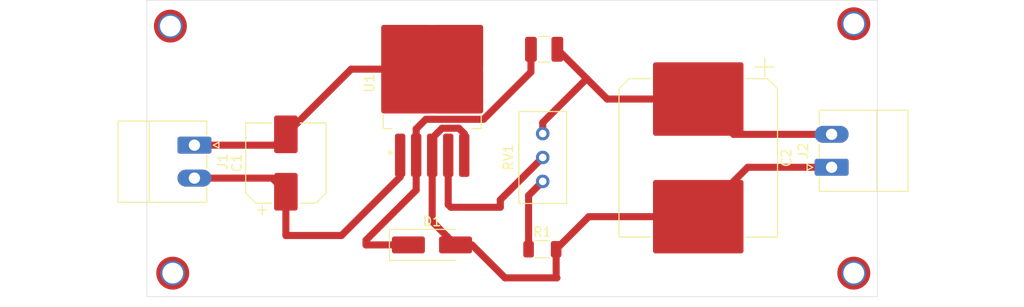
<source format=kicad_pcb>
(kicad_pcb (version 20240108) (generator "pcbnew") (generator_version "8.0")
  (layers (0 "F.Cu" signal) (31 "B.Cu" signal) (34 "B.Paste" user) (35 "F.Paste" user) (36 "B.SilkS" user "B.Silkscreen") (37 "F.SilkS" user "F.Silkscreen") (38 "B.Mask" user) (39 "F.Mask" user) (44 "Edge.Cuts" user))
  (net 0 "")
  (net 1 "GND")
  (net 2 "Net-(J1-Pin_2)")
  (net 3 "Net-(J2-Pin_2)")
  (net 4 "Net-(D1-K)")
  (net 5 "Net-(R1-Pad1)")
  (net 6 "Net-(U1-FB)")
  (footprint "Resistor_SMD:R_1206_3216Metric" (layer "F.Cu") (at 132.9625 118.96)
    (property "Reference" "R1" (at 0 -1.82 0) (layer "F.SilkS"))
    (property "Value" "1.21k")
    (fp_line (start -0.727064 -0.91) (end 0.727064 -0.91) (stroke (width 0.12)) (layer "F.SilkS"))
    (fp_line (start -0.727064 0.91) (end 0.727064 0.91) (stroke (width 0.12)) (layer "F.SilkS"))
    (pad "1" smd roundrect (at -1.4625 0) (size 1.125 1.75) (layers "F.Cu" "F.Paste" "F.Mask") (roundrect_rratio 0.222222) (net 5 "Net-(R1-Pad1)"))
    (pad "2" smd roundrect (at 1.4625 0) (size 1.125 1.75) (layers "F.Cu" "F.Paste" "F.Mask") (roundrect_rratio 0.222222) (net 1 "GND"))
  )
  (footprint "MountingHole:MountingHole_2.2mm_M2_ISO7380_Pad_TopOnly" (layer "F.Cu") (at 93.5 95.25)
    (property "Reference" "REF**" (hide yes))
    (property "Value" "MountingHole_2.2mm_M2_ISO7380_Pad_TopOnly")
    (pad "1" thru_hole circle (at 0 0) (size 2.6 2.6) (drill 2.2) (layers "*.Cu" "*.Mask"))
    (pad "1" connect circle (at 0 0) (size 3.5 3.5) (layers "F.Cu" "F.Mask"))
  )
  (footprint "Potentiometer_THT:Potentiometer_Bourns_3296W_Vertical" (layer "F.Cu") (at 133 106.67 90)
    (property "Reference" "RV1" (at -2.54 -3.66 90) (layer "F.SilkS"))
    (property "Value" "50k")
    (fp_line (start 2.345 -2.53) (end 2.345 2.54) (stroke (width 0.12)) (layer "F.SilkS"))
    (fp_line (start -7.425 -2.53) (end 2.345 -2.53) (stroke (width 0.12)) (layer "F.SilkS"))
    (fp_line (start -7.425 -2.53) (end -7.425 2.54) (stroke (width 0.12)) (layer "F.SilkS"))
    (fp_line (start -7.425 2.54) (end 2.345 2.54) (stroke (width 0.12)) (layer "F.SilkS"))
    (pad "1" thru_hole circle (at 0 0 90) (size 1.44 1.44) (drill 0.8) (layers "*.Cu" "*.Mask") (net 3 "Net-(J2-Pin_2)"))
    (pad "2" thru_hole circle (at -2.54 0 90) (size 1.44 1.44) (drill 0.8) (layers "*.Cu" "*.Mask") (net 6 "Net-(U1-FB)"))
    (pad "3" thru_hole circle (at -5.08 0 90) (size 1.44 1.44) (drill 0.8) (layers "*.Cu" "*.Mask") (net 5 "Net-(R1-Pad1)"))
  )
  (footprint "MountingHole:MountingHole_2.2mm_M2_ISO7380_Pad_TopOnly" (layer "F.Cu") (at 93.75 121.5)
    (property "Reference" "REF**" (hide yes))
    (property "Value" "MountingHole_2.2mm_M2_ISO7380_Pad_TopOnly")
    (pad "1" thru_hole circle (at 0 0) (size 2.6 2.6) (drill 2.2) (layers "*.Cu" "*.Mask"))
    (pad "1" connect circle (at 0 0) (size 3.5 3.5) (layers "F.Cu" "F.Mask"))
  )
  (footprint "Diode_SMD:D_SMA_Handsoldering" (layer "F.Cu") (at 121.25 118.5)
    (property "Reference" "D1" (at 0 -2.5 0) (layer "F.SilkS"))
    (property "Value" "1N5822")
    (fp_line (start -4.51 -1.65) (end -4.51 1.65) (stroke (width 0.12)) (layer "F.SilkS"))
    (fp_line (start -4.51 -1.65) (end 2.5 -1.65) (stroke (width 0.12)) (layer "F.SilkS"))
    (fp_line (start -4.51 1.65) (end 2.5 1.65) (stroke (width 0.12)) (layer "F.SilkS"))
    (pad "1" smd roundrect (at -2.5 0) (size 3.5 1.8) (layers "F.Cu" "F.Paste" "F.Mask") (roundrect_rratio 0.1388888889) (net 4 "Net-(D1-K)"))
    (pad "2" smd roundrect (at 2.5 0) (size 3.5 1.8) (layers "F.Cu" "F.Paste" "F.Mask") (roundrect_rratio 0.1388888889) (net 1 "GND"))
  )
  (footprint "Capacitor_SMD:CP_Elec_16x17.5" (layer "F.Cu") (at 149.5 109.25 -90)
    (property "Reference" "C2" (at 0 -9.35 90) (layer "F.SilkS"))
    (property "Value" "2000uF")
    (fp_line (start -7.345563 8.41) (end 8.41 8.41) (stroke (width 0.12)) (layer "F.SilkS"))
    (fp_line (start 8.41 8.41) (end 8.41 5.06) (stroke (width 0.12)) (layer "F.SilkS"))
    (fp_line (start -8.41 7.345563) (end -7.345563 8.41) (stroke (width 0.12)) (layer "F.SilkS"))
    (fp_line (start -8.41 7.345563) (end -8.41 5.06) (stroke (width 0.12)) (layer "F.SilkS"))
    (fp_line (start -10.65 -7.06) (end -8.65 -7.06) (stroke (width 0.12)) (layer "F.SilkS"))
    (fp_line (start -8.41 -7.345563) (end -8.41 -5.06) (stroke (width 0.12)) (layer "F.SilkS"))
    (fp_line (start -8.41 -7.345563) (end -7.345563 -8.41) (stroke (width 0.12)) (layer "F.SilkS"))
    (fp_line (start -9.65 -8.06) (end -9.65 -6.06) (stroke (width 0.12)) (layer "F.SilkS"))
    (fp_line (start -7.345563 -8.41) (end 8.41 -8.41) (stroke (width 0.12)) (layer "F.SilkS"))
    (fp_line (start 8.41 -8.41) (end 8.41 -5.06) (stroke (width 0.12)) (layer "F.SilkS"))
    (pad "1" smd roundrect (at -6.25 0 270) (size 7.8 9.6) (layers "F.Cu" "F.Paste" "F.Mask") (roundrect_rratio 0.032051) (net 3 "Net-(J2-Pin_2)"))
    (pad "2" smd roundrect (at 6.25 0 270) (size 7.8 9.6) (layers "F.Cu" "F.Paste" "F.Mask") (roundrect_rratio 0.032051) (net 1 "GND"))
  )
  (footprint "MountingHole:MountingHole_2.2mm_M2_ISO7380_Pad_TopOnly" (layer "F.Cu") (at 166 95)
    (property "Reference" "REF**" (hide yes))
    (property "Value" "MountingHole_2.2mm_M2_ISO7380_Pad_TopOnly")
    (pad "1" thru_hole circle (at 0 0) (size 2.6 2.6) (drill 2.2) (layers "*.Cu" "*.Mask"))
    (pad "1" connect circle (at 0 0) (size 3.5 3.5) (layers "F.Cu" "F.Mask"))
  )
  (footprint "MountingHole:MountingHole_2.2mm_M2_ISO7380_Pad_TopOnly" (layer "F.Cu") (at 166 121.5)
    (property "Reference" "REF**" (hide yes))
    (property "Value" "MountingHole_2.2mm_M2_ISO7380_Pad_TopOnly")
    (pad "1" thru_hole circle (at 0 0) (size 2.6 2.6) (drill 2.2) (layers "*.Cu" "*.Mask"))
    (pad "1" connect circle (at 0 0) (size 3.5 3.5) (layers "F.Cu" "F.Mask"))
  )
  (footprint "Connector_Phoenix_MC:PhoenixContact_MC_1,5_2-G-3.5_1x02_P3.50mm_Horizontal" (layer "F.Cu") (at 163.65 110.25 90)
    (property "Reference" "J2" (at 1.75 -3 90) (layer "F.SilkS"))
    (property "Value" "output")
    (fp_line (start 0.3 -2.6) (end 0 -2) (stroke (width 0.12)) (layer "F.SilkS"))
    (fp_line (start -0.3 -2.6) (end 0.3 -2.6) (stroke (width 0.12)) (layer "F.SilkS"))
    (fp_line (start 0 -2) (end -0.3 -2.6) (stroke (width 0.12)) (layer "F.SilkS"))
    (fp_line (start 6.06 -1.31) (end 4.55 -1.31) (stroke (width 0.12)) (layer "F.SilkS"))
    (fp_line (start 1.05 -1.31) (end 2.45 -1.31) (stroke (width 0.12)) (layer "F.SilkS"))
    (fp_line (start -2.56 -1.31) (end -1.05 -1.31) (stroke (width 0.12)) (layer "F.SilkS"))
    (fp_line (start -2.56 -1.31) (end -2.56 8.11) (stroke (width 0.12)) (layer "F.SilkS"))
    (fp_line (start -2.56 4.8) (end 6.06 4.8) (stroke (width 0.12)) (layer "F.SilkS"))
    (fp_line (start 6.06 8.11) (end 6.06 -1.31) (stroke (width 0.12)) (layer "F.SilkS"))
    (fp_line (start -2.56 8.11) (end 6.06 8.11) (stroke (width 0.12)) (layer "F.SilkS"))
    (pad "1" thru_hole roundrect (at 0 0 90) (size 1.8 3.6) (drill 1.2) (layers "*.Cu" "*.Mask") (roundrect_rratio 0.138889) (net 1 "GND"))
    (pad "2" thru_hole oval (at 3.5 0 90) (size 1.8 3.6) (drill 1.2) (layers "*.Cu" "*.Mask") (net 3 "Net-(J2-Pin_2)"))
  )
  (footprint "Package_TO_SOT_SMD:TO-263-5_TabPin3" (layer "F.Cu") (at 121.275 101.325 90)
    (property "Reference" "U1" (at 0 -6.65 90) (layer "F.SilkS"))
    (property "Value" "LM2576HVS-ADJ")
    (fp_line (start -3.325 -5.2) (end -4.825 -5.2) (stroke (width 0.12)) (layer "F.SilkS"))
    (fp_line (start -4.825 -5.2) (end -4.825 -4.25) (stroke (width 0.12)) (layer "F.SilkS"))
    (fp_line (start -3.325 5.2) (end -4.825 5.2) (stroke (width 0.12)) (layer "F.SilkS"))
    (fp_line (start -4.825 5.2) (end -4.825 4.25) (stroke (width 0.12)) (layer "F.SilkS"))
    (fp_poly (pts (xy -7.3875 -4.25) (xy -7.6275 -4.58) (xy -7.1475 -4.58) (xy -7.3875 -4.25)) (stroke (width 0.12)) (fill solid) (layer "F.SilkS"))
    (pad "1" smd roundrect (at -7.65 -3.4 90) (size 4.6 1.1) (layers "F.Cu" "F.Paste" "F.Mask") (roundrect_rratio 0.227273) (net 2 "Net-(J1-Pin_2)"))
    (pad "2" smd roundrect (at -7.65 -1.7 90) (size 4.6 1.1) (layers "F.Cu" "F.Paste" "F.Mask") (roundrect_rratio 0.227273) (net 4 "Net-(D1-K)"))
    (pad "3" smd roundrect (at -7.65 0 90) (size 4.6 1.1) (layers "F.Cu" "F.Paste" "F.Mask") (roundrect_rratio 0.227273) (net 1 "GND"))
    (pad "3" smd roundrect (at -0.925 -2.775 90) (size 4.55 5.25) (layers "F.Cu" "F.Paste") (roundrect_rratio 0.054945) (net 1 "GND"))
    (pad "3" smd roundrect (at -0.925 2.775 90) (size 4.55 5.25) (layers "F.Cu" "F.Paste") (roundrect_rratio 0.054945) (net 1 "GND"))
    (pad "3" smd roundrect (at 1.5 0 90) (size 9.4 10.8) (layers "F.Cu" "F.Mask") (roundrect_rratio 0.026596) (net 1 "GND"))
    (pad "3" smd roundrect (at 3.925 -2.775 90) (size 4.55 5.25) (layers "F.Cu" "F.Paste") (roundrect_rratio 0.054945) (net 1 "GND"))
    (pad "3" smd roundrect (at 3.925 2.775 90) (size 4.55 5.25) (layers "F.Cu" "F.Paste") (roundrect_rratio 0.054945) (net 1 "GND"))
    (pad "4" smd roundrect (at -7.65 1.7 90) (size 4.6 1.1) (layers "F.Cu" "F.Paste" "F.Mask") (roundrect_rratio 0.227273) (net 6 "Net-(U1-FB)"))
    (pad "5" smd roundrect (at -7.65 3.4 90) (size 4.6 1.1) (layers "F.Cu" "F.Paste" "F.Mask") (roundrect_rratio 0.227273) (net 1 "GND"))
  )
  (footprint "Capacitor_SMD:CP_Elec_8x6.5" (layer "F.Cu") (at 105.75 109.8 90)
    (property "Reference" "C1" (at 0 -5.2 90) (layer "F.SilkS"))
    (property "Value" "100uF" (hide yes))
    (fp_line (start 4.26 -4.26) (end 4.26 -1.51) (stroke (width 0.12)) (layer "F.SilkS"))
    (fp_line (start -3.195563 -4.26) (end 4.26 -4.26) (stroke (width 0.12)) (layer "F.SilkS"))
    (fp_line (start -4.26 -3.195563) (end -3.195563 -4.26) (stroke (width 0.12)) (layer "F.SilkS"))
    (fp_line (start -4.26 -3.195563) (end -4.26 -1.51) (stroke (width 0.12)) (layer "F.SilkS"))
    (fp_line (start -5 -3.01) (end -5 -2.01) (stroke (width 0.12)) (layer "F.SilkS"))
    (fp_line (start -5.5 -2.51) (end -4.5 -2.51) (stroke (width 0.12)) (layer "F.SilkS"))
    (fp_line (start -4.26 3.195563) (end -4.26 1.51) (stroke (width 0.12)) (layer "F.SilkS"))
    (fp_line (start -4.26 3.195563) (end -3.195563 4.26) (stroke (width 0.12)) (layer "F.SilkS"))
    (fp_line (start 4.26 4.26) (end 4.26 1.51) (stroke (width 0.12)) (layer "F.SilkS"))
    (fp_line (start -3.195563 4.26) (end 4.26 4.26) (stroke (width 0.12)) (layer "F.SilkS"))
    (pad "1" smd roundrect (at -3.05 0 90) (size 4 2.5) (layers "F.Cu" "F.Paste" "F.Mask") (roundrect_rratio 0.1) (net 2 "Net-(J1-Pin_2)"))
    (pad "2" smd roundrect (at 3.05 0 90) (size 4 2.5) (layers "F.Cu" "F.Paste" "F.Mask") (roundrect_rratio 0.1) (net 1 "GND"))
  )
  (footprint "Connector_Phoenix_MC:PhoenixContact_MC_1,5_2-G-3.5_1x02_P3.50mm_Horizontal" (layer "F.Cu") (at 96.05 107.9 -90)
    (property "Reference" "J1" (at 1.75 -3 90) (layer "F.SilkS"))
    (property "Value" "input")
    (fp_line (start -2.56 8.11) (end 6.06 8.11) (stroke (width 0.12)) (layer "F.SilkS"))
    (fp_line (start 6.06 8.11) (end 6.06 -1.31) (stroke (width 0.12)) (layer "F.SilkS"))
    (fp_line (start -2.56 4.8) (end 6.06 4.8) (stroke (width 0.12)) (layer "F.SilkS"))
    (fp_line (start -2.56 -1.31) (end -2.56 8.11) (stroke (width 0.12)) (layer "F.SilkS"))
    (fp_line (start -2.56 -1.31) (end -1.05 -1.31) (stroke (width 0.12)) (layer "F.SilkS"))
    (fp_line (start 1.05 -1.31) (end 2.45 -1.31) (stroke (width 0.12)) (layer "F.SilkS"))
    (fp_line (start 6.06 -1.31) (end 4.55 -1.31) (stroke (width 0.12)) (layer "F.SilkS"))
    (fp_line (start 0 -2) (end -0.3 -2.6) (stroke (width 0.12)) (layer "F.SilkS"))
    (fp_line (start -0.3 -2.6) (end 0.3 -2.6) (stroke (width 0.12)) (layer "F.SilkS"))
    (fp_line (start 0.3 -2.6) (end 0 -2) (stroke (width 0.12)) (layer "F.SilkS"))
    (pad "1" thru_hole roundrect (at 0 0 270) (size 1.8 3.6) (drill 1.2) (layers "*.Cu" "*.Mask") (roundrect_rratio 0.138889) (net 1 "GND"))
    (pad "2" thru_hole oval (at 3.5 0 270) (size 1.8 3.6) (drill 1.2) (layers "*.Cu" "*.Mask") (net 2 "Net-(J1-Pin_2)"))
  )
  (footprint "Inductor_SMD:L_1210_3225Metric" (layer "F.Cu") (at 133.15 97.71)
    (property "Reference" "L1" (hide yes))
    (property "Value" "150uH")
    (fp_line (start -0.602064 -1.36) (end 0.602064 -1.36) (stroke (width 0.12)) (layer "F.SilkS"))
    (fp_line (start -0.602064 1.36) (end 0.602064 1.36) (stroke (width 0.12)) (layer "F.SilkS"))
    (pad "1" smd roundrect (at -1.4 0) (size 1.25 2.65) (layers "F.Cu" "F.Paste" "F.Mask") (roundrect_rratio 0.2) (net 4 "Net-(D1-K)"))
    (pad "2" smd roundrect (at 1.4 0) (size 1.25 2.65) (layers "F.Cu" "F.Paste" "F.Mask") (roundrect_rratio 0.2) (net 3 "Net-(J2-Pin_2)"))
  )
  (gr_line (start 168.5 124) (end 91 124) (stroke (width 0.05)) (layer "Edge.Cuts"))
  (gr_line (start 168.5 92.5) (end 168.5 124) (stroke (width 0.05)) (layer "Edge.Cuts"))
  (gr_line (start 91 124) (end 91 92.5) (stroke (width 0.05)) (layer "Edge.Cuts"))
  (gr_line (start 91.5 92.5) (end 168.5 92.5) (stroke (width 0.05)) (layer "Edge.Cuts"))
  (gr_line (start 91 92.5) (end 91.5 92.5) (stroke (width 0.05)) (layer "Edge.Cuts"))
  (segment (start 112.675 99.825) (end 121.275 99.825) (width 0.75) (layer "F.Cu") (net 1))
  (segment (start 163.65 110.25) (end 154.75 110.25) (width 0.75) (layer "F.Cu") (net 1))
  (segment (start 134.425 118.96) (end 137.885 115.5) (width 0.75) (layer "F.Cu") (net 1))
  (segment (start 134.425 121.925) (end 134.425 118.96) (width 0.75) (layer "F.Cu") (net 1))
  (segment (start 96.05 107.9) (end 104.6 107.9) (width 0.75) (layer "F.Cu") (net 1))
  (segment (start 134.5 122) (end 134.425 121.925) (width 0.75) (layer "F.Cu") (net 1))
  (segment (start 124.1 106.1) (end 122.326346 106.1) (width 0.75) (layer "F.Cu") (net 1))
  (segment (start 124.675 106.675) (end 124.1 106.1) (width 0.75) (layer "F.Cu") (net 1))
  (segment (start 121.275 107.151346) (end 121.275 108.975) (width 0.75) (layer "F.Cu") (net 1))
  (segment (start 124.675 108.975) (end 124.675 106.675) (width 0.75) (layer "F.Cu") (net 1))
  (segment (start 121.275 108.975) (end 121.275 116.025) (width 0.75) (layer "F.Cu") (net 1))
  (segment (start 105.75 106.75) (end 112.675 99.825) (width 0.75) (layer "F.Cu") (net 1))
  (segment (start 137.885 115.5) (end 149.5 115.5) (width 0.75) (layer "F.Cu") (net 1))
  (segment (start 121.275 116.025) (end 123.75 118.5) (width 0.75) (layer "F.Cu") (net 1))
  (segment (start 154.75 110.25) (end 149.5 115.5) (width 0.75) (layer "F.Cu") (net 1))
  (segment (start 129 122) (end 134.5 122) (width 0.75) (layer "F.Cu") (net 1))
  (segment (start 123.75 118.5) (end 125.5 118.5) (width 0.75) (layer "F.Cu") (net 1))
  (segment (start 104.6 107.9) (end 105.75 106.75) (width 0.75) (layer "F.Cu") (net 1))
  (segment (start 122.326346 106.1) (end 121.275 107.151346) (width 0.75) (layer "F.Cu") (net 1))
  (segment (start 125.5 118.5) (end 129 122) (width 0.75) (layer "F.Cu") (net 1))
  (segment (start 105.75 117.5) (end 105.75 112.85) (width 0.75) (layer "F.Cu") (net 2))
  (segment (start 111.65 117.5) (end 105.75 117.5) (width 0.75) (layer "F.Cu") (net 2))
  (segment (start 96.05 111.4) (end 104.3 111.4) (width 0.75) (layer "F.Cu") (net 2))
  (segment (start 117.875 111.275) (end 111.65 117.5) (width 0.75) (layer "F.Cu") (net 2))
  (segment (start 104.3 111.4) (end 105.75 112.85) (width 0.75) (layer "F.Cu") (net 2))
  (segment (start 117.875 108.975) (end 117.875 111.275) (width 0.75) (layer "F.Cu") (net 2))
  (segment (start 149.5 103) (end 139.84 103) (width 0.75) (layer "F.Cu") (net 3))
  (segment (start 137.67 100.83) (end 134.55 97.71) (width 0.75) (layer "F.Cu") (net 3))
  (segment (start 163.65 106.75) (end 153.25 106.75) (width 0.75) (layer "F.Cu") (net 3))
  (segment (start 133 105.5) (end 137.67 100.83) (width 0.75) (layer "F.Cu") (net 3))
  (segment (start 139.84 103) (end 137.67 100.83) (width 0.75) (layer "F.Cu") (net 3))
  (segment (start 153.25 106.75) (end 149.5 103) (width 0.75) (layer "F.Cu") (net 3))
  (segment (start 133 106.67) (end 133 105.5) (width 0.75) (layer "F.Cu") (net 3))
  (segment (start 114.25 118) (end 119.575 112.675) (width 0.75) (layer "F.Cu") (net 4))
  (segment (start 119.575 112.675) (end 119.575 108.975) (width 0.75) (layer "F.Cu") (net 4))
  (segment (start 120.6 105.15) (end 119.575 106.175) (width 0.75) (layer "F.Cu") (net 4))
  (segment (start 131.75 100.123654) (end 126.723654 105.15) (width 0.75) (layer "F.Cu") (net 4))
  (segment (start 131.75 97.71) (end 131.75 100.123654) (width 0.75) (layer "F.Cu") (net 4))
  (segment (start 119.575 106.175) (end 119.575 108.975) (width 0.75) (layer "F.Cu") (net 4))
  (segment (start 114.25 118.5) (end 114.25 118) (width 0.75) (layer "F.Cu") (net 4))
  (segment (start 126.723654 105.15) (end 120.6 105.15) (width 0.75) (layer "F.Cu") (net 4))
  (segment (start 118.75 118.5) (end 114.25 118.5) (width 0.75) (layer "F.Cu") (net 4))
  (segment (start 131.5 118.96) (end 131.5 113.25) (width 0.75) (layer "F.Cu") (net 5))
  (segment (start 131.5 113.25) (end 133 111.75) (width 0.75) (layer "F.Cu") (net 5))
  (segment (start 122.975 114.225) (end 123.25 114.5) (width 0.75) (layer "F.Cu") (net 6))
  (segment (start 123.25 114.5) (end 128.5 114.5) (width 0.75) (layer "F.Cu") (net 6))
  (segment (start 122.975 108.975) (end 122.975 114.225) (width 0.75) (layer "F.Cu") (net 6))
  (segment (start 128.5 114.5) (end 128.5 113.71) (width 0.75) (layer "F.Cu") (net 6))
  (segment (start 128.5 113.71) (end 133 109.21) (width 0.75) (layer "F.Cu") (net 6))
)
</source>
